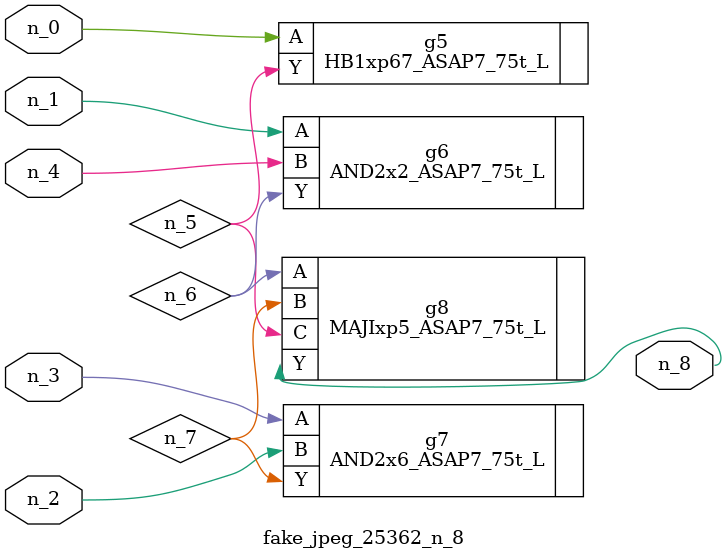
<source format=v>
module fake_jpeg_25362_n_8 (n_3, n_2, n_1, n_0, n_4, n_8);

input n_3;
input n_2;
input n_1;
input n_0;
input n_4;

output n_8;

wire n_6;
wire n_5;
wire n_7;

HB1xp67_ASAP7_75t_L g5 ( 
.A(n_0),
.Y(n_5)
);

AND2x2_ASAP7_75t_L g6 ( 
.A(n_1),
.B(n_4),
.Y(n_6)
);

AND2x6_ASAP7_75t_L g7 ( 
.A(n_3),
.B(n_2),
.Y(n_7)
);

MAJIxp5_ASAP7_75t_L g8 ( 
.A(n_6),
.B(n_7),
.C(n_5),
.Y(n_8)
);


endmodule
</source>
